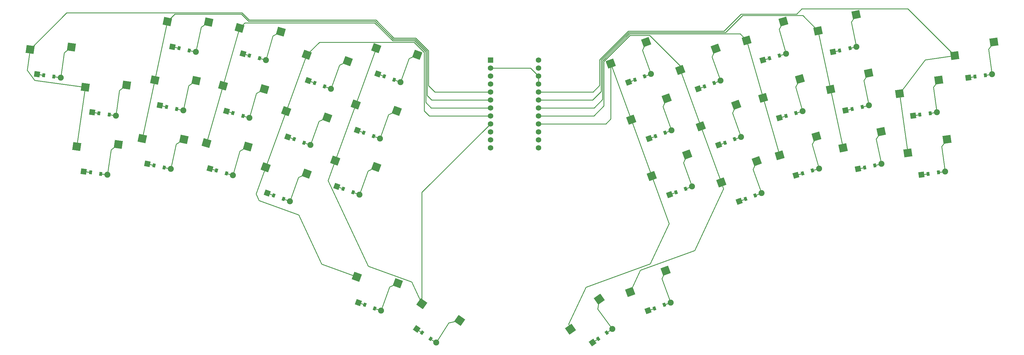
<source format=gbr>
%TF.GenerationSoftware,KiCad,Pcbnew,7.0.1-3b83917a11~172~ubuntu22.04.1*%
%TF.CreationDate,2023-04-10T14:49:45+02:00*%
%TF.ProjectId,koala-v1_ne,6b6f616c-612d-4763-915f-6e652e6b6963,v1.0.0*%
%TF.SameCoordinates,Original*%
%TF.FileFunction,Copper,L2,Bot*%
%TF.FilePolarity,Positive*%
%FSLAX46Y46*%
G04 Gerber Fmt 4.6, Leading zero omitted, Abs format (unit mm)*
G04 Created by KiCad (PCBNEW 7.0.1-3b83917a11~172~ubuntu22.04.1) date 2023-04-10 14:49:45*
%MOMM*%
%LPD*%
G01*
G04 APERTURE LIST*
G04 Aperture macros list*
%AMRotRect*
0 Rectangle, with rotation*
0 The origin of the aperture is its center*
0 $1 length*
0 $2 width*
0 $3 Rotation angle, in degrees counterclockwise*
0 Add horizontal line*
21,1,$1,$2,0,0,$3*%
G04 Aperture macros list end*
%TA.AperFunction,SMDPad,CuDef*%
%ADD10RotRect,2.550000X2.500000X340.000000*%
%TD*%
%TA.AperFunction,ComponentPad*%
%ADD11RotRect,1.778000X1.778000X348.000000*%
%TD*%
%TA.AperFunction,SMDPad,CuDef*%
%ADD12RotRect,0.900000X1.200000X348.000000*%
%TD*%
%TA.AperFunction,ComponentPad*%
%ADD13C,1.905000*%
%TD*%
%TA.AperFunction,ComponentPad*%
%ADD14RotRect,1.778000X1.778000X16.000000*%
%TD*%
%TA.AperFunction,SMDPad,CuDef*%
%ADD15RotRect,0.900000X1.200000X16.000000*%
%TD*%
%TA.AperFunction,ComponentPad*%
%ADD16RotRect,1.778000X1.778000X340.000000*%
%TD*%
%TA.AperFunction,SMDPad,CuDef*%
%ADD17RotRect,0.900000X1.200000X340.000000*%
%TD*%
%TA.AperFunction,SMDPad,CuDef*%
%ADD18RotRect,2.550000X2.500000X352.000000*%
%TD*%
%TA.AperFunction,SMDPad,CuDef*%
%ADD19RotRect,2.550000X2.500000X20.000000*%
%TD*%
%TA.AperFunction,ComponentPad*%
%ADD20RotRect,1.778000X1.778000X20.000000*%
%TD*%
%TA.AperFunction,SMDPad,CuDef*%
%ADD21RotRect,0.900000X1.200000X20.000000*%
%TD*%
%TA.AperFunction,SMDPad,CuDef*%
%ADD22RotRect,2.550000X2.500000X348.000000*%
%TD*%
%TA.AperFunction,SMDPad,CuDef*%
%ADD23RotRect,2.550000X2.500000X16.000000*%
%TD*%
%TA.AperFunction,SMDPad,CuDef*%
%ADD24RotRect,2.550000X2.500000X35.000000*%
%TD*%
%TA.AperFunction,SMDPad,CuDef*%
%ADD25RotRect,2.550000X2.500000X12.000000*%
%TD*%
%TA.AperFunction,SMDPad,CuDef*%
%ADD26RotRect,2.550000X2.500000X8.000000*%
%TD*%
%TA.AperFunction,ComponentPad*%
%ADD27RotRect,1.778000X1.778000X352.000000*%
%TD*%
%TA.AperFunction,SMDPad,CuDef*%
%ADD28RotRect,0.900000X1.200000X352.000000*%
%TD*%
%TA.AperFunction,ComponentPad*%
%ADD29RotRect,1.778000X1.778000X35.000000*%
%TD*%
%TA.AperFunction,SMDPad,CuDef*%
%ADD30RotRect,0.900000X1.200000X35.000000*%
%TD*%
%TA.AperFunction,ComponentPad*%
%ADD31RotRect,1.778000X1.778000X12.000000*%
%TD*%
%TA.AperFunction,SMDPad,CuDef*%
%ADD32RotRect,0.900000X1.200000X12.000000*%
%TD*%
%TA.AperFunction,SMDPad,CuDef*%
%ADD33RotRect,2.550000X2.500000X344.000000*%
%TD*%
%TA.AperFunction,ComponentPad*%
%ADD34RotRect,1.778000X1.778000X8.000000*%
%TD*%
%TA.AperFunction,SMDPad,CuDef*%
%ADD35RotRect,0.900000X1.200000X8.000000*%
%TD*%
%TA.AperFunction,ComponentPad*%
%ADD36R,1.752600X1.752600*%
%TD*%
%TA.AperFunction,ComponentPad*%
%ADD37C,1.752600*%
%TD*%
%TA.AperFunction,ComponentPad*%
%ADD38RotRect,1.778000X1.778000X344.000000*%
%TD*%
%TA.AperFunction,SMDPad,CuDef*%
%ADD39RotRect,0.900000X1.200000X344.000000*%
%TD*%
%TA.AperFunction,ComponentPad*%
%ADD40RotRect,1.778000X1.778000X325.000000*%
%TD*%
%TA.AperFunction,SMDPad,CuDef*%
%ADD41RotRect,0.900000X1.200000X325.000000*%
%TD*%
%TA.AperFunction,SMDPad,CuDef*%
%ADD42RotRect,2.550000X2.500000X325.000000*%
%TD*%
%TA.AperFunction,Conductor*%
%ADD43C,0.250000*%
%TD*%
G04 APERTURE END LIST*
D10*
%TO.P,S13,1*%
%TO.N,P15*%
X136554951Y-134978788D03*
%TO.P,S13,2*%
%TO.N,inner_bottom*%
X149571089Y-137013263D03*
%TD*%
D11*
%TO.P,D4,1*%
%TO.N,P10*%
X76861705Y-135992941D03*
D12*
X78974503Y-136442031D03*
%TO.P,D4,2*%
%TO.N,ring_bottom*%
X82202391Y-137128139D03*
D13*
X84315189Y-137577229D03*
%TD*%
D14*
%TO.P,D25,1*%
%TO.N,P8*%
X277688843Y-121297514D03*
D15*
X279765168Y-120702138D03*
%TO.P,D25,2*%
%TO.N,mirror_middle_home*%
X282937332Y-119792534D03*
D13*
X285013657Y-119197158D03*
%TD*%
D16*
%TO.P,D12,1*%
%TO.N,P16*%
X127986002Y-109474965D03*
D17*
X130015738Y-110213729D03*
%TO.P,D12,2*%
%TO.N,index_top*%
X133116724Y-111342395D03*
D13*
X135146460Y-112081159D03*
%TD*%
D18*
%TO.P,S1,1*%
%TO.N,P21*%
X54426835Y-130485209D03*
%TO.P,S1,2*%
%TO.N,pinky_bottom*%
X67581530Y-129769018D03*
%TD*%
D19*
%TO.P,S32,1*%
%TO.N,P6*%
X224048457Y-104022926D03*
%TO.P,S32,2*%
%TO.N,mirror_inner_top*%
X235327132Y-97214813D03*
%TD*%
D10*
%TO.P,S16,1*%
%TO.N,P18*%
X143379776Y-171926217D03*
%TO.P,S16,2*%
%TO.N,inner_cluster*%
X156395914Y-173960692D03*
%TD*%
D20*
%TO.P,D33,1*%
%TO.N,P9*%
X235910930Y-182737813D03*
D21*
X237940666Y-181999049D03*
%TO.P,D33,2*%
%TO.N,mirror_inner_cluster*%
X241041652Y-180870383D03*
D13*
X243071388Y-180131619D03*
%TD*%
D18*
%TO.P,S3,1*%
%TO.N,P21*%
X39539100Y-99537055D03*
%TO.P,S3,2*%
%TO.N,pinky_top*%
X52693795Y-98820864D03*
%TD*%
D22*
%TO.P,S6,1*%
%TO.N,P20*%
X83147357Y-90669374D03*
%TO.P,S6,2*%
%TO.N,ring_top*%
X96319967Y-90872553D03*
%TD*%
D20*
%TO.P,D31,1*%
%TO.N,P8*%
X236220265Y-127889238D03*
D21*
X238250001Y-127150474D03*
%TO.P,D31,2*%
%TO.N,mirror_inner_home*%
X241350987Y-126021808D03*
D13*
X243380723Y-125283044D03*
%TD*%
D23*
%TO.P,S25,1*%
%TO.N,P4*%
X272462404Y-114952307D03*
%TO.P,S25,2*%
%TO.N,mirror_middle_home*%
X284188515Y-108947538D03*
%TD*%
D24*
%TO.P,S34,1*%
%TO.N,P6*%
X211309032Y-188593915D03*
%TO.P,S34,2*%
%TO.N,mirror_outer_cluster*%
X220441326Y-179098646D03*
%TD*%
D19*
%TO.P,S29,1*%
%TO.N,P5*%
X246147037Y-106115993D03*
%TO.P,S29,2*%
%TO.N,mirror_index_top*%
X257425712Y-99307880D03*
%TD*%
D16*
%TO.P,D16,1*%
%TO.N,P9*%
X143878442Y-180131617D03*
D17*
X145908178Y-180870381D03*
%TO.P,D16,2*%
%TO.N,inner_cluster*%
X149009164Y-181999047D03*
D13*
X151038900Y-182737811D03*
%TD*%
D25*
%TO.P,S21,1*%
%TO.N,P3*%
X297863557Y-130882909D03*
%TO.P,S21,2*%
%TO.N,mirror_ring_bottom*%
X309979975Y-125710740D03*
%TD*%
D23*
%TO.P,S24,1*%
%TO.N,P4*%
X277713308Y-133264350D03*
%TO.P,S24,2*%
%TO.N,mirror_middle_bottom*%
X289439419Y-127259581D03*
%TD*%
%TO.P,S26,1*%
%TO.N,P4*%
X267211518Y-96640279D03*
%TO.P,S26,2*%
%TO.N,mirror_middle_top*%
X278937629Y-90635510D03*
%TD*%
D26*
%TO.P,S18,1*%
%TO.N,P2*%
X318490894Y-132457290D03*
%TO.P,S18,2*%
%TO.N,mirror_pinky_bottom*%
X330938590Y-128142918D03*
%TD*%
D27*
%TO.P,D3,1*%
%TO.N,P16*%
X41732856Y-107459463D03*
D28*
X43871835Y-107760077D03*
%TO.P,D3,2*%
%TO.N,pinky_top*%
X47139719Y-108219349D03*
D13*
X49278698Y-108519963D03*
%TD*%
D10*
%TO.P,S12,1*%
%TO.N,P18*%
X127487343Y-101269572D03*
%TO.P,S12,2*%
%TO.N,index_top*%
X140503481Y-103304047D03*
%TD*%
D16*
%TO.P,D14,1*%
%TO.N,P8*%
X143569102Y-125283047D03*
D17*
X145598838Y-126021811D03*
%TO.P,D14,2*%
%TO.N,inner_home*%
X148699824Y-127150477D03*
D13*
X150729560Y-127889241D03*
%TD*%
D29*
%TO.P,D34,1*%
%TO.N,P9*%
X218316526Y-192891861D03*
D30*
X220085894Y-191652936D03*
%TO.P,D34,2*%
%TO.N,mirror_outer_cluster*%
X222789096Y-189760134D03*
D13*
X224558464Y-188521209D03*
%TD*%
D31*
%TO.P,D21,1*%
%TO.N,P10*%
X302634635Y-137577233D03*
D32*
X304747433Y-137128143D03*
%TO.P,D21,2*%
%TO.N,mirror_ring_bottom*%
X307975321Y-136442035D03*
D13*
X310088119Y-135992945D03*
%TD*%
D25*
%TO.P,S22,1*%
%TO.N,P3*%
X293902836Y-112249195D03*
%TO.P,S22,2*%
%TO.N,mirror_ring_home*%
X306019254Y-107077026D03*
%TD*%
D19*
%TO.P,S30,1*%
%TO.N,P6*%
X237079428Y-139825218D03*
%TO.P,S30,2*%
%TO.N,mirror_inner_bottom*%
X248358103Y-133017105D03*
%TD*%
D20*
%TO.P,D29,1*%
%TO.N,P16*%
X251803359Y-112081165D03*
D21*
X253833095Y-111342401D03*
%TO.P,D29,2*%
%TO.N,mirror_index_top*%
X256934081Y-110213735D03*
D13*
X258963817Y-109474971D03*
%TD*%
D33*
%TO.P,S8,1*%
%TO.N,P19*%
X100866335Y-111046527D03*
%TO.P,S8,2*%
%TO.N,middle_home*%
X113992684Y-112168086D03*
%TD*%
D22*
%TO.P,S5,1*%
%TO.N,P20*%
X79186651Y-109303094D03*
%TO.P,S5,2*%
%TO.N,ring_home*%
X92359261Y-109506273D03*
%TD*%
D27*
%TO.P,D2,1*%
%TO.N,P8*%
X59271840Y-119543012D03*
D28*
X61410819Y-119843626D03*
%TO.P,D2,2*%
%TO.N,pinky_home*%
X64678703Y-120302898D03*
D13*
X66817682Y-120603512D03*
%TD*%
D16*
%TO.P,D11,1*%
%TO.N,P8*%
X121470521Y-127376114D03*
D17*
X123500257Y-128114878D03*
%TO.P,D11,2*%
%TO.N,index_home*%
X126601243Y-129243544D03*
D13*
X128630979Y-129982308D03*
%TD*%
D34*
%TO.P,D18,1*%
%TO.N,P10*%
X322783384Y-139468122D03*
D35*
X324922363Y-139167508D03*
%TO.P,D18,2*%
%TO.N,mirror_pinky_bottom*%
X328190247Y-138708236D03*
D13*
X330329226Y-138407622D03*
%TD*%
D34*
%TO.P,D20,1*%
%TO.N,P16*%
X337671122Y-108519960D03*
D35*
X339810101Y-108219346D03*
%TO.P,D20,2*%
%TO.N,mirror_pinky_top*%
X343077985Y-107760074D03*
D13*
X345216964Y-107459460D03*
%TD*%
D22*
%TO.P,S4,1*%
%TO.N,P20*%
X75225926Y-127936799D03*
%TO.P,S4,2*%
%TO.N,ring_bottom*%
X88398536Y-128139978D03*
%TD*%
D36*
%TO.P,MCU1,1*%
%TO.N,RAW*%
X185854909Y-102917674D03*
D37*
%TO.P,MCU1,2*%
%TO.N,GND*%
X185854909Y-105457674D03*
%TO.P,MCU1,3*%
%TO.N,RST*%
X185854909Y-107997674D03*
%TO.P,MCU1,4*%
%TO.N,VCC*%
X185854909Y-110537674D03*
%TO.P,MCU1,5*%
%TO.N,P21*%
X185854909Y-113077674D03*
%TO.P,MCU1,6*%
%TO.N,P20*%
X185854909Y-115617674D03*
%TO.P,MCU1,7*%
%TO.N,P19*%
X185854909Y-118157674D03*
%TO.P,MCU1,8*%
%TO.N,P18*%
X185854909Y-120697674D03*
%TO.P,MCU1,9*%
%TO.N,P15*%
X185854909Y-123237674D03*
%TO.P,MCU1,10*%
%TO.N,P14*%
X185854909Y-125777674D03*
%TO.P,MCU1,11*%
%TO.N,P16*%
X185854909Y-128317674D03*
%TO.P,MCU1,12*%
%TO.N,P10*%
X185854909Y-130857674D03*
%TO.P,MCU1,13*%
%TO.N,P1*%
X201094909Y-102917674D03*
%TO.P,MCU1,14*%
%TO.N,P0*%
X201094909Y-105457674D03*
%TO.P,MCU1,15*%
%TO.N,GND*%
X201094909Y-107997674D03*
%TO.P,MCU1,16*%
X201094909Y-110537674D03*
%TO.P,MCU1,17*%
%TO.N,P2*%
X201094909Y-113077674D03*
%TO.P,MCU1,18*%
%TO.N,P3*%
X201094909Y-115617674D03*
%TO.P,MCU1,19*%
%TO.N,P4*%
X201094909Y-118157674D03*
%TO.P,MCU1,20*%
%TO.N,P5*%
X201094909Y-120697674D03*
%TO.P,MCU1,21*%
%TO.N,P6*%
X201094909Y-123237674D03*
%TO.P,MCU1,22*%
%TO.N,P7*%
X201094909Y-125777674D03*
%TO.P,MCU1,23*%
%TO.N,P8*%
X201094909Y-128317674D03*
%TO.P,MCU1,24*%
%TO.N,P9*%
X201094909Y-130857674D03*
%TD*%
D31*
%TO.P,D23,1*%
%TO.N,P16*%
X294713201Y-100309807D03*
D32*
X296825999Y-99860717D03*
%TO.P,D23,2*%
%TO.N,mirror_ring_top*%
X300053887Y-99174609D03*
D13*
X302166685Y-98725519D03*
%TD*%
D33*
%TO.P,S7,1*%
%TO.N,P19*%
X95615442Y-129358567D03*
%TO.P,S7,2*%
%TO.N,middle_bottom*%
X108741791Y-130480126D03*
%TD*%
D14*
%TO.P,D24,1*%
%TO.N,P10*%
X282939736Y-139609544D03*
D15*
X285016061Y-139014168D03*
%TO.P,D24,2*%
%TO.N,mirror_middle_bottom*%
X288188225Y-138104564D03*
D13*
X290264550Y-137509188D03*
%TD*%
D26*
%TO.P,S19,1*%
%TO.N,P2*%
X315839651Y-113592689D03*
%TO.P,S19,2*%
%TO.N,mirror_pinky_home*%
X328287347Y-109278317D03*
%TD*%
D19*
%TO.P,S28,1*%
%TO.N,P5*%
X252662518Y-124017134D03*
%TO.P,S28,2*%
%TO.N,mirror_index_home*%
X263941193Y-117209021D03*
%TD*%
D25*
%TO.P,S23,1*%
%TO.N,P3*%
X289942122Y-93615487D03*
%TO.P,S23,2*%
%TO.N,mirror_ring_top*%
X302058540Y-88443318D03*
%TD*%
D16*
%TO.P,D10,1*%
%TO.N,P10*%
X114955032Y-145277258D03*
D17*
X116984768Y-146016022D03*
%TO.P,D10,2*%
%TO.N,index_bottom*%
X120085754Y-147144688D03*
D13*
X122115490Y-147883452D03*
%TD*%
D10*
%TO.P,S11,1*%
%TO.N,P18*%
X120971861Y-119170712D03*
%TO.P,S11,2*%
%TO.N,index_home*%
X133987999Y-121205187D03*
%TD*%
D27*
%TO.P,D1,1*%
%TO.N,P10*%
X56620594Y-138407626D03*
D28*
X58759573Y-138708240D03*
%TO.P,D1,2*%
%TO.N,pinky_bottom*%
X62027457Y-139167512D03*
D13*
X64166436Y-139468126D03*
%TD*%
D11*
%TO.P,D5,1*%
%TO.N,P8*%
X80822426Y-117359232D03*
D12*
X82935224Y-117808322D03*
%TO.P,D5,2*%
%TO.N,ring_home*%
X86163112Y-118494430D03*
D13*
X88275910Y-118943520D03*
%TD*%
D38*
%TO.P,D9,1*%
%TO.N,P16*%
X107187064Y-100885124D03*
D39*
X109263389Y-101480500D03*
%TO.P,D9,2*%
%TO.N,middle_top*%
X112435553Y-102390104D03*
D13*
X114511878Y-102985480D03*
%TD*%
D19*
%TO.P,S31,1*%
%TO.N,P6*%
X230563946Y-121924069D03*
%TO.P,S31,2*%
%TO.N,mirror_inner_home*%
X241842621Y-115115956D03*
%TD*%
D10*
%TO.P,S15,1*%
%TO.N,P15*%
X149585921Y-99176499D03*
%TO.P,S15,2*%
%TO.N,inner_top*%
X162602059Y-101210974D03*
%TD*%
D20*
%TO.P,D28,1*%
%TO.N,P8*%
X258318848Y-129982307D03*
D21*
X260348584Y-129243543D03*
%TO.P,D28,2*%
%TO.N,mirror_index_home*%
X263449570Y-128114877D03*
D13*
X265479306Y-127376113D03*
%TD*%
D14*
%TO.P,D26,1*%
%TO.N,P16*%
X272437950Y-102985478D03*
D15*
X274514275Y-102390102D03*
%TO.P,D26,2*%
%TO.N,mirror_middle_top*%
X277686439Y-101480498D03*
D13*
X279762764Y-100885122D03*
%TD*%
D16*
%TO.P,D15,1*%
%TO.N,P16*%
X150084589Y-107381903D03*
D17*
X152114325Y-108120667D03*
%TO.P,D15,2*%
%TO.N,inner_top*%
X155215311Y-109249333D03*
D13*
X157245047Y-109988097D03*
%TD*%
D20*
%TO.P,D27,1*%
%TO.N,P10*%
X264834328Y-147883454D03*
D21*
X266864064Y-147144690D03*
%TO.P,D27,2*%
%TO.N,mirror_index_bottom*%
X269965050Y-146016024D03*
D13*
X271994786Y-145277260D03*
%TD*%
D40*
%TO.P,D17,1*%
%TO.N,P9*%
X162391362Y-188521203D03*
D41*
X164160730Y-189760128D03*
%TO.P,D17,2*%
%TO.N,outer_cluster*%
X166863932Y-191652930D03*
D13*
X168633300Y-192891855D03*
%TD*%
D20*
%TO.P,D32,1*%
%TO.N,P16*%
X229704786Y-109988093D03*
D21*
X231734522Y-109249329D03*
%TO.P,D32,2*%
%TO.N,mirror_inner_top*%
X234835508Y-108120663D03*
D13*
X236865244Y-107381899D03*
%TD*%
D38*
%TO.P,D8,1*%
%TO.N,P8*%
X101936167Y-119197154D03*
D39*
X104012492Y-119792530D03*
%TO.P,D8,2*%
%TO.N,middle_home*%
X107184656Y-120702134D03*
D13*
X109260981Y-121297510D03*
%TD*%
D20*
%TO.P,D30,1*%
%TO.N,P10*%
X242735750Y-145790381D03*
D21*
X244765486Y-145051617D03*
%TO.P,D30,2*%
%TO.N,mirror_inner_bottom*%
X247866472Y-143922951D03*
D13*
X249896208Y-143184187D03*
%TD*%
D38*
%TO.P,D7,1*%
%TO.N,P10*%
X96685271Y-137509189D03*
D39*
X98761596Y-138104565D03*
%TO.P,D7,2*%
%TO.N,middle_bottom*%
X101933760Y-139014169D03*
D13*
X104010085Y-139609545D03*
%TD*%
D42*
%TO.P,S17,1*%
%TO.N,P15*%
X164033406Y-180466340D03*
%TO.P,S17,2*%
%TO.N,outer_cluster*%
X176079469Y-185800316D03*
%TD*%
D10*
%TO.P,S10,1*%
%TO.N,P18*%
X114456383Y-137071860D03*
%TO.P,S10,2*%
%TO.N,index_bottom*%
X127472521Y-139106335D03*
%TD*%
D11*
%TO.P,D6,1*%
%TO.N,P16*%
X84783141Y-98725521D03*
D12*
X86895939Y-99174611D03*
%TO.P,D6,2*%
%TO.N,ring_top*%
X90123827Y-99860719D03*
D13*
X92236625Y-100309809D03*
%TD*%
D19*
%TO.P,S27,1*%
%TO.N,P5*%
X259178008Y-141918282D03*
%TO.P,S27,2*%
%TO.N,mirror_index_bottom*%
X270456683Y-135110169D03*
%TD*%
D16*
%TO.P,D13,1*%
%TO.N,P10*%
X137053617Y-143184192D03*
D17*
X139083353Y-143922956D03*
%TO.P,D13,2*%
%TO.N,inner_bottom*%
X142184339Y-145051622D03*
D13*
X144214075Y-145790386D03*
%TD*%
D10*
%TO.P,S14,1*%
%TO.N,P15*%
X143070436Y-117077648D03*
%TO.P,S14,2*%
%TO.N,inner_home*%
X156086574Y-119112123D03*
%TD*%
D31*
%TO.P,D22,1*%
%TO.N,P8*%
X298673921Y-118943520D03*
D32*
X300786719Y-118494430D03*
%TO.P,D22,2*%
%TO.N,mirror_ring_home*%
X304014607Y-117808322D03*
D13*
X306127405Y-117359232D03*
%TD*%
D33*
%TO.P,S9,1*%
%TO.N,P19*%
X106117237Y-92734493D03*
%TO.P,S9,2*%
%TO.N,middle_top*%
X119243586Y-93856052D03*
%TD*%
D18*
%TO.P,S2,1*%
%TO.N,P21*%
X57078074Y-111620604D03*
%TO.P,S2,2*%
%TO.N,pinky_home*%
X70232769Y-110904413D03*
%TD*%
D26*
%TO.P,S20,1*%
%TO.N,P2*%
X333378631Y-101509134D03*
%TO.P,S20,2*%
%TO.N,mirror_pinky_top*%
X345826327Y-97194762D03*
%TD*%
D34*
%TO.P,D19,1*%
%TO.N,P8*%
X320132143Y-120603512D03*
D35*
X322271122Y-120302898D03*
%TO.P,D19,2*%
%TO.N,mirror_pinky_home*%
X325539006Y-119843626D03*
D13*
X327677985Y-119543012D03*
%TD*%
D19*
%TO.P,S33,1*%
%TO.N,P5*%
X230254608Y-176772645D03*
%TO.P,S33,2*%
%TO.N,mirror_inner_cluster*%
X241533283Y-169964532D03*
%TD*%
D43*
%TO.N,P21*%
X149443176Y-90170901D02*
X155163088Y-95890813D01*
X41017912Y-109363491D02*
X38607609Y-106164920D01*
X51215125Y-87861035D02*
X106897171Y-87861033D01*
X39539101Y-99537050D02*
X51215125Y-87861035D01*
X106897171Y-87861033D02*
X109207037Y-90170895D01*
X155163088Y-95890813D02*
X162107463Y-95890813D01*
X38607609Y-106164920D02*
X39539098Y-99537042D01*
X166177503Y-99960843D02*
X166177502Y-111067897D01*
X162107463Y-95890813D02*
X166177503Y-99960843D01*
X168187282Y-113077672D02*
X185854910Y-113077676D01*
X109207037Y-90170895D02*
X149443176Y-90170901D01*
X166177502Y-111067897D02*
X168187282Y-113077672D01*
X57078084Y-111620597D02*
X41017912Y-109363491D01*
X54426835Y-130485202D02*
X57078084Y-111620597D01*
%TO.N,pinky_bottom*%
X64166438Y-139468119D02*
X65286503Y-131498436D01*
X64166438Y-139468119D02*
X62027457Y-139167512D01*
X65286503Y-131498436D02*
X67581540Y-129769015D01*
%TO.N,pinky_home*%
X66817684Y-120603506D02*
X67937748Y-112633837D01*
X66817684Y-120603506D02*
X64678712Y-120302896D01*
X67937748Y-112633837D02*
X70232766Y-110904403D01*
%TO.N,pinky_top*%
X49278705Y-108519965D02*
X50398776Y-100550284D01*
X49278705Y-108519965D02*
X47139722Y-108219346D01*
X50398776Y-100550284D02*
X52693795Y-98820862D01*
%TO.N,P20*%
X161921074Y-96340807D02*
X165727507Y-100147241D01*
X167177897Y-115617680D02*
X185854910Y-115617670D01*
X149256782Y-90620900D02*
X154976698Y-96340810D01*
X85505707Y-88311029D02*
X106710776Y-88311033D01*
X83147365Y-90669375D02*
X85505707Y-88311029D01*
X106710776Y-88311033D02*
X109020640Y-90620898D01*
X75225921Y-127936799D02*
X79186644Y-109303085D01*
X165727505Y-114167283D02*
X167177897Y-115617680D01*
X154976698Y-96340810D02*
X161921074Y-96340807D01*
X165727507Y-100147241D02*
X165727505Y-114167283D01*
X79186644Y-109303085D02*
X83147353Y-90669380D01*
X109020640Y-90620898D02*
X149256782Y-90620900D01*
%TO.N,ring_bottom*%
X85988459Y-129705101D02*
X88398532Y-128139972D01*
X84315183Y-137577235D02*
X85988459Y-129705101D01*
X84315183Y-137577235D02*
X82202381Y-137128140D01*
%TO.N,ring_home*%
X88275902Y-118943522D02*
X86163101Y-118494426D01*
X88275902Y-118943522D02*
X89949176Y-111071384D01*
X89949176Y-111071384D02*
X92359247Y-109506268D01*
%TO.N,ring_top*%
X93909897Y-92437677D02*
X96319975Y-90872557D01*
X92236621Y-100309805D02*
X93909897Y-92437677D01*
X92236621Y-100309805D02*
X90123824Y-99860729D01*
%TO.N,P19*%
X95615460Y-129358569D02*
X100866347Y-111046532D01*
X154790298Y-96790811D02*
X161734681Y-96790813D01*
X165277502Y-100333638D02*
X165277507Y-116430676D01*
X167004499Y-118157676D02*
X185854907Y-118157675D01*
X100866347Y-111046532D02*
X106117228Y-92734489D01*
X149070385Y-91070895D02*
X154790298Y-96790811D01*
X106117242Y-92734490D02*
X107780839Y-91070897D01*
X161734681Y-96790813D02*
X165277502Y-100333638D01*
X165277507Y-116430676D02*
X167004499Y-118157676D01*
X107780839Y-91070897D02*
X149070385Y-91070895D01*
%TO.N,middle_bottom*%
X106228426Y-131873312D02*
X108741799Y-130480127D01*
X104010092Y-139609549D02*
X106228426Y-131873312D01*
X104010092Y-139609549D02*
X101933774Y-139014171D01*
%TO.N,middle_home*%
X109260986Y-121297506D02*
X107184653Y-120702135D01*
X111479305Y-113561278D02*
X113992694Y-112168088D01*
X109260986Y-121297506D02*
X111479305Y-113561278D01*
%TO.N,middle_top*%
X114511877Y-102985481D02*
X112435557Y-102390099D01*
X114511877Y-102985481D02*
X116730207Y-95249246D01*
X116730207Y-95249246D02*
X119243578Y-93856049D01*
%TO.N,P18*%
X164827505Y-100520031D02*
X164827502Y-119088861D01*
X166436316Y-120697672D02*
X185854909Y-120697674D01*
X114456376Y-137071855D02*
X120971858Y-119170711D01*
X164827502Y-119088861D02*
X166436316Y-120697672D01*
X112322162Y-147627764D02*
X111363002Y-145570836D01*
X127487345Y-101269570D02*
X131516103Y-97240809D01*
X132174209Y-167847728D02*
X124876180Y-152197058D01*
X161548279Y-97240811D02*
X164827505Y-100520031D01*
X124876180Y-152197058D02*
X112322162Y-147627764D01*
X131516103Y-97240809D02*
X161548279Y-97240811D01*
X143379770Y-171926220D02*
X132174209Y-167847728D01*
X111363002Y-145570836D02*
X114456376Y-137071855D01*
X120971858Y-119170711D02*
X127487347Y-101269572D01*
%TO.N,index_bottom*%
X122115499Y-147883450D02*
X124868069Y-140320797D01*
X122115499Y-147883450D02*
X120085753Y-147144688D01*
X124868069Y-140320797D02*
X127472516Y-139106337D01*
%TO.N,index_home*%
X128630981Y-129982310D02*
X131383558Y-122419663D01*
X128630981Y-129982310D02*
X126601236Y-129243541D01*
X131383558Y-122419663D02*
X133987993Y-121205193D01*
%TO.N,index_top*%
X137899050Y-104518517D02*
X140503473Y-103304050D01*
X135146460Y-112081163D02*
X133116725Y-111342392D01*
X135146460Y-112081163D02*
X137899050Y-104518517D01*
%TO.N,P15*%
X134265817Y-141268154D02*
X146982496Y-168539150D01*
X143070432Y-117077645D02*
X149585915Y-99176499D01*
X136554948Y-134978801D02*
X134265817Y-141268154D01*
X164033406Y-180466340D02*
X164033407Y-145059181D01*
X146982496Y-168539150D02*
X160820248Y-173575680D01*
X160820248Y-173575680D02*
X164033407Y-180466331D01*
X136554948Y-134978801D02*
X143070432Y-117077645D01*
X164033407Y-145059181D02*
X185854909Y-123237673D01*
%TO.N,inner_bottom*%
X144214072Y-145790381D02*
X142184340Y-145051619D01*
X144214072Y-145790381D02*
X146966654Y-138227736D01*
X146966654Y-138227736D02*
X149571091Y-137013265D01*
%TO.N,inner_home*%
X153482138Y-120326586D02*
X156086570Y-119112120D01*
X150729559Y-127889237D02*
X153482138Y-120326586D01*
X150729559Y-127889237D02*
X148699821Y-127150472D01*
%TO.N,inner_top*%
X159997621Y-102425451D02*
X162602057Y-101210981D01*
X157245041Y-109988090D02*
X159997621Y-102425451D01*
X157245041Y-109988090D02*
X155215305Y-109249333D01*
%TO.N,inner_cluster*%
X153791473Y-175175165D02*
X156395916Y-173960697D01*
X151038898Y-182737811D02*
X149009165Y-181999051D01*
X151038898Y-182737811D02*
X153791473Y-175175165D01*
%TO.N,outer_cluster*%
X168633299Y-192891858D02*
X166899899Y-191808711D01*
X168633299Y-192891858D02*
X172556344Y-186613684D01*
X166899899Y-191808711D02*
X166863934Y-191652927D01*
X172556344Y-186613684D02*
X176079466Y-185800309D01*
%TO.N,P2*%
X284799781Y-86630551D02*
X283122836Y-88307495D01*
X220490672Y-102847729D02*
X220490671Y-111028490D01*
X283122836Y-88307495D02*
X265429584Y-88307497D01*
X318500042Y-86630547D02*
X284799781Y-86630551D01*
X318490896Y-132457291D02*
X315839647Y-113592682D01*
X218441484Y-113077676D02*
X201094912Y-113077672D01*
X315839647Y-113592682D02*
X323946327Y-102834758D01*
X323946327Y-102834758D02*
X333378627Y-101509132D01*
X220490671Y-111028490D02*
X218441484Y-113077676D01*
X333378630Y-101509137D02*
X318500042Y-86630547D01*
X260037264Y-93699820D02*
X229638587Y-93699819D01*
X229638587Y-93699819D02*
X220490672Y-102847729D01*
X265429584Y-88307497D02*
X260037264Y-93699820D01*
%TO.N,mirror_pinky_bottom*%
X329209160Y-130437950D02*
X330938588Y-128142924D01*
X330329226Y-138407623D02*
X328190250Y-138708232D01*
X330329226Y-138407623D02*
X329209160Y-130437950D01*
%TO.N,mirror_pinky_home*%
X326557919Y-111573328D02*
X328287341Y-109278312D01*
X327677982Y-119543012D02*
X325539003Y-119843625D01*
X327677982Y-119543012D02*
X326557919Y-111573328D01*
%TO.N,mirror_pinky_top*%
X345216964Y-107459460D02*
X344096903Y-99489781D01*
X343077992Y-107760074D02*
X345216964Y-107459460D01*
X344096903Y-99489781D02*
X345826324Y-97194765D01*
%TO.N,P3*%
X218338294Y-115617677D02*
X201094910Y-115617674D01*
X289942121Y-93615488D02*
X285084121Y-88757490D01*
X285084121Y-88757490D02*
X265976055Y-88757495D01*
X293902835Y-112249198D02*
X293902834Y-112249197D01*
X220998671Y-112957299D02*
X218338294Y-115617677D01*
X229824979Y-94149814D02*
X220998666Y-102976129D01*
X265976055Y-88757495D02*
X260583733Y-94149816D01*
X220998666Y-102976129D02*
X220998671Y-112957299D01*
X293902834Y-112249197D02*
X289942121Y-93615479D01*
X260583733Y-94149816D02*
X229824979Y-94149814D01*
X297863558Y-130882907D02*
X293902835Y-112249198D01*
%TO.N,mirror_ring_bottom*%
X308414849Y-128120814D02*
X309979973Y-125710738D01*
X310088122Y-135992941D02*
X308414849Y-128120814D01*
X310088122Y-135992941D02*
X307975323Y-136442034D01*
%TO.N,mirror_ring_home*%
X306127405Y-117359228D02*
X304454135Y-109487100D01*
X304454135Y-109487100D02*
X306019257Y-107077024D01*
X306127405Y-117359228D02*
X304014608Y-117808315D01*
%TO.N,mirror_ring_top*%
X302166691Y-98725518D02*
X300053893Y-99174618D01*
X300493410Y-90853391D02*
X302058531Y-88443319D01*
X302166691Y-98725518D02*
X300493410Y-90853391D01*
%TO.N,P4*%
X221448671Y-115504525D02*
X218795521Y-118157671D01*
X265171057Y-94599818D02*
X230011377Y-94599818D01*
X221448674Y-103162526D02*
X221448671Y-115504525D01*
X218795521Y-118157671D02*
X201094913Y-118157674D01*
X230011377Y-94599818D02*
X221448674Y-103162526D01*
X267211518Y-96640276D02*
X272462407Y-114952310D01*
X267211519Y-96640282D02*
X265171057Y-94599818D01*
X272462407Y-114952310D02*
X277713298Y-133264347D01*
%TO.N,mirror_middle_bottom*%
X290264555Y-137509184D02*
X288188231Y-138104560D01*
X288046226Y-129772960D02*
X289439413Y-127259581D01*
X290264555Y-137509184D02*
X288046226Y-129772960D01*
%TO.N,mirror_middle_home*%
X285013657Y-119197157D02*
X282795326Y-111460921D01*
X285013657Y-119197157D02*
X282937330Y-119792532D01*
X282795326Y-111460921D02*
X284188522Y-108947541D01*
%TO.N,mirror_middle_top*%
X279762773Y-100885119D02*
X277686437Y-101480494D01*
X279762773Y-100885119D02*
X277544438Y-93148890D01*
X277544438Y-93148890D02*
X278937631Y-90635506D01*
%TO.N,P5*%
X221898673Y-103348917D02*
X221898669Y-117494122D01*
X259905854Y-143918032D02*
X250754401Y-163543390D01*
X252662529Y-124017136D02*
X259178008Y-141918287D01*
X230197775Y-95049818D02*
X221898673Y-103348917D01*
X246147033Y-106115997D02*
X246147035Y-104785774D01*
X221898669Y-117494122D02*
X218695116Y-120697675D01*
X259178008Y-141918287D02*
X259178009Y-141918290D01*
X246147035Y-104785774D02*
X236411078Y-95049820D01*
X250754401Y-163543390D02*
X233494047Y-169825642D01*
X259178009Y-141918290D02*
X259905854Y-143918032D01*
X236411078Y-95049820D02*
X230197775Y-95049818D01*
X218695116Y-120697675D02*
X201094912Y-120697678D01*
X246147040Y-106115999D02*
X252662529Y-124017136D01*
X233494047Y-169825642D02*
X230254604Y-176772644D01*
%TO.N,mirror_index_bottom*%
X271994783Y-145277259D02*
X269242207Y-137714621D01*
X271994783Y-145277259D02*
X269965049Y-146016028D01*
X269242207Y-137714621D02*
X270456684Y-135110174D01*
%TO.N,mirror_index_home*%
X265479302Y-127376119D02*
X263449568Y-128114873D01*
X262726722Y-119813459D02*
X263941193Y-117209026D01*
X265479302Y-127376119D02*
X262726722Y-119813459D01*
%TO.N,mirror_index_top*%
X258963822Y-109474969D02*
X256934088Y-110213732D01*
X256211242Y-101912323D02*
X257425709Y-99307877D01*
X258963822Y-109474969D02*
X256211242Y-101912323D01*
%TO.N,P6*%
X237079420Y-139825215D02*
X237079427Y-139825215D01*
X230563941Y-121924072D02*
X230563939Y-121924071D01*
X210709550Y-186946835D02*
X211309039Y-188593915D01*
X224048457Y-104022923D02*
X224048458Y-121687294D01*
X242601488Y-154996944D02*
X236614887Y-167835239D01*
X222498078Y-123237677D02*
X201094910Y-123237671D01*
X224048458Y-121687294D02*
X222498078Y-123237677D01*
X230563939Y-121924071D02*
X237079420Y-139825215D01*
X224048460Y-104022924D02*
X230563941Y-121924072D01*
X236614887Y-167835239D02*
X216147698Y-175284691D01*
X216147698Y-175284691D02*
X210709550Y-186946835D01*
X237079427Y-139825215D02*
X242601488Y-154996944D01*
%TO.N,mirror_inner_bottom*%
X249896205Y-143184188D02*
X247866474Y-143922949D01*
X247143637Y-135621548D02*
X248358099Y-133017106D01*
X249896205Y-143184188D02*
X247143637Y-135621548D01*
%TO.N,mirror_inner_home*%
X240628146Y-117720397D02*
X241842618Y-115115956D01*
X243380723Y-125283048D02*
X240628146Y-117720397D01*
X243380723Y-125283048D02*
X241350987Y-126021811D01*
%TO.N,mirror_inner_top*%
X236865241Y-107381896D02*
X234112664Y-99819251D01*
X236865241Y-107381896D02*
X234835503Y-108120661D01*
X234112664Y-99819251D02*
X235327138Y-97214812D01*
%TO.N,mirror_inner_cluster*%
X243071389Y-180131618D02*
X240318810Y-172568970D01*
X241041640Y-180870386D02*
X243071389Y-180131618D01*
X240318810Y-172568970D02*
X241533279Y-169964529D01*
%TO.N,mirror_outer_cluster*%
X222789096Y-189760130D02*
X224505809Y-188512871D01*
X219952932Y-182182243D02*
X220441334Y-179098643D01*
X224558464Y-188521211D02*
X219952932Y-182182243D01*
X224505809Y-188512871D02*
X224558464Y-188521211D01*
%TO.N,P10*%
X244765484Y-145051617D02*
X242735750Y-145790375D01*
X58759565Y-138708231D02*
X56620588Y-138407622D01*
X285016059Y-139014168D02*
X282939743Y-139609541D01*
X139083339Y-143922952D02*
X137053615Y-143184191D01*
X324922369Y-139167504D02*
X322783385Y-139468122D01*
X116984776Y-146016025D02*
X114955034Y-145277263D01*
X78974502Y-136442032D02*
X76861702Y-135992946D01*
X98761597Y-138104572D02*
X96685270Y-137509192D01*
X304747434Y-137128143D02*
X302634636Y-137577227D01*
X266864066Y-147144693D02*
X264834331Y-147883454D01*
%TO.N,P8*%
X279765174Y-120702133D02*
X277688840Y-121297515D01*
X123500258Y-128114876D02*
X121470515Y-127376112D01*
X300786722Y-118494429D02*
X298673920Y-118943519D01*
X322271117Y-120302896D02*
X320132145Y-120603515D01*
X61410822Y-119843624D02*
X59271841Y-119543013D01*
X260348586Y-129243534D02*
X258318849Y-129982304D01*
X145598831Y-126021807D02*
X143569098Y-125283044D01*
X238249999Y-127150475D02*
X236220265Y-127889239D01*
X104012488Y-119792529D02*
X101936166Y-119197151D01*
X82935223Y-117808321D02*
X80822422Y-117359231D01*
%TO.N,P16*%
X130015745Y-110213733D02*
X127986006Y-109474969D01*
X296825998Y-99860719D02*
X294713201Y-100309807D01*
X253833101Y-111342399D02*
X251803357Y-112081161D01*
X43871837Y-107760079D02*
X41732858Y-107459461D01*
X337671125Y-108519956D02*
X339810103Y-108219348D01*
X231734523Y-109249327D02*
X229704781Y-109988095D01*
X86895932Y-99174606D02*
X84783143Y-98725513D01*
X274514284Y-102390096D02*
X272437952Y-102985475D01*
X109263389Y-101480497D02*
X107187057Y-100885118D01*
X152114316Y-108120664D02*
X150084583Y-107381901D01*
%TO.N,P9*%
X164160734Y-189760129D02*
X162427327Y-188676976D01*
X162427327Y-188676976D02*
X162391364Y-188521206D01*
X218316527Y-192891857D02*
X220033234Y-191644591D01*
X145908174Y-180870381D02*
X143878441Y-180131618D01*
X220033234Y-191644591D02*
X220085889Y-191652933D01*
X235910930Y-182737816D02*
X237940668Y-181999048D01*
%TO.N,GND*%
X185854911Y-105457674D02*
X198554908Y-105457675D01*
X198554908Y-105457675D02*
X201094911Y-107997672D01*
X201094911Y-107997672D02*
X201094911Y-110537674D01*
%TD*%
M02*

</source>
